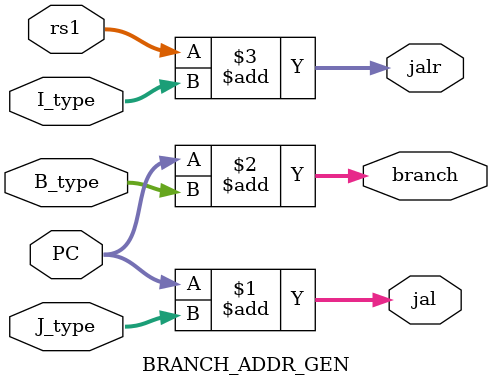
<source format=v>
`timescale 1ns / 1ps


module BRANCH_ADDR_GEN(
input [31:0] I_type, J_type, B_type, rs1, PC,
output [31:0] jal, branch, jalr
    );
    
assign jal = PC + J_type;
assign branch = PC + B_type;
assign jalr = rs1 + I_type;
    
    
endmodule

</source>
